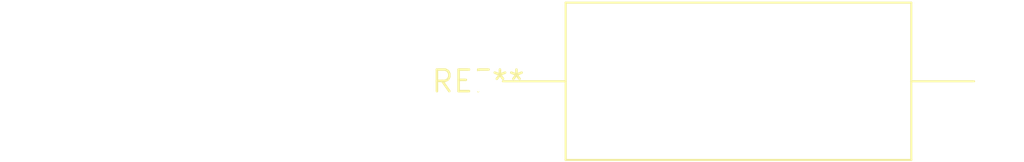
<source format=kicad_pcb>
(kicad_pcb (version 20240108) (generator pcbnew)
  (layers (0 "F.Cu" signal) (31 "B.Cu" signal) (34 "B.Paste" user) (35 "F.Paste" user) (36 "B.SilkS" user "B.Silkscreen") (37 "F.SilkS" user "F.Silkscreen") (38 "B.Mask" user) (39 "F.Mask" user) (44 "Edge.Cuts" user))
  (net 0 "")
  (footprint "R_Axial_DIN0922_L20.0mm_D9.0mm_P30.48mm_Horizontal" (layer "F.Cu") (at 0 0)
    (property "Reference" "REF**")
    (property "Value" "R_Axial_DIN0922_L20.0mm_D9.0mm_P30.48mm_Horizontal")
    (fp_line (start 1.44 0) (end 5.12 0) (layer "F.SilkS") (stroke (width 0.12)))
    (fp_line (start 5.12 -4.62) (end 5.12 4.62) (layer "F.SilkS") (stroke (width 0.12)))
    (fp_line (start 5.12 4.62) (end 25.36 4.62) (layer "F.SilkS") (stroke (width 0.12)))
    (fp_line (start 25.36 -4.62) (end 5.12 -4.62) (layer "F.SilkS") (stroke (width 0.12)))
    (fp_line (start 25.36 4.62) (end 25.36 -4.62) (layer "F.SilkS") (stroke (width 0.12)))
    (fp_line (start 29.04 0) (end 25.36 0) (layer "F.SilkS") (stroke (width 0.12)))
    (pad "1" thru_hole circle (at 0 0) (size 2.4 2.4) (drill 1.2) (layers *.Cu *.Mask) (remove_unused_layers))
    (pad "2" thru_hole oval (at 30.48 0) (size 2.4 2.4) (drill 1.2) (layers *.Cu *.Mask) (remove_unused_layers))
  )
)
</source>
